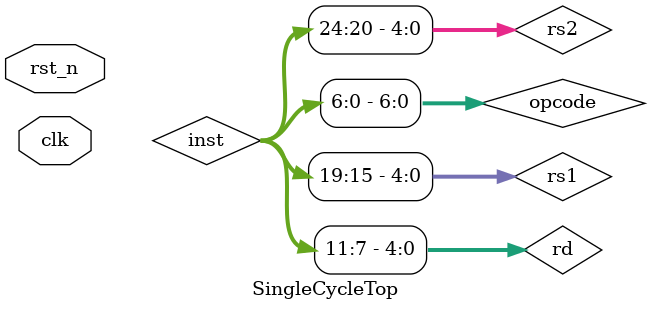
<source format=v>
module SingleCycleTop(
    input         clk,
    input         rst_n
);

    // Wires
    wire [31:0] pc, next_pc, inst;
    wire [6:0] opcode, funct7;
    wire [2:0] funct3;
    wire [4:0] rs1, rs2, rd;
    wire [31:0] imm;
    wire [31:0] rs1_data, rs2_data;
    wire [31:0] alu_in1, alu_in2, alu_result;
    wire [31:0] mem_data, wb_data;
    wire        PCSel, BrUn, ASel, BSel, MemRW, RegWEn;
    wire [2:0]  ImmSel;
    wire [1:0]  WBSel, ALUop;
    wire [3:0]  ALUControl;
    wire        branch_taken;

    // === Program Counter ===
    PC pc_reg (
        .clk(clk),
        .rst_n(rst_n),
        .next_pc(next_pc),
        .pc(pc)
    );

    // === Instruction Memory ===
    I_MEM imem (
        .addr(pc),
        .inst(inst)
    );

    // === Instruction Fields ===
    assign opcode = inst[6:0];
    assign rd     = inst[11:7];
    assign funct3 = inst[14:12];
    assign rs1    = inst[19:15];
    assign rs2    = inst[24:20];
    assign funct7 = inst[31:25];

    // === Control Unit ===
    Control_Unit_Top control_unit (
        .instr(inst),
        .BrUn(BrUn),
        .ASel(ASel),
        .BSel(BSel),
        .MemRW(MemRW),
        .RegWEn(RegWEn),
        .ImmSel(ImmSel),
        .WBSel(WBSel),
        .PCSel(PCSel),
        .ALUControl(ALUControl)
    );

    // === Immediate Generator ===
    Imm_Gen imm_gen (
        .instr(inst),
        .ImmSel(ImmSel),
        .imm_out(imm)
    );

    // === Register File ===
    RegisterFile reg_file (
        .clk(clk),
        .rs1(rs1),
        .rs2(rs2),
        .rd(rd),
        .write_data(wb_data),
        .RegWEn(RegWEn),
        .rs1_data(rs1_data),
        .rs2_data(rs2_data)
    );

    // === MUXes ===
    Mux2 a_mux (
        .in0(rs1_data),
        .in1(pc),
        .sel(ASel),
        .out(alu_in1)
    );

    Mux2 b_mux (
        .in0(rs2_data),
        .in1(imm),
        .sel(BSel),
        .out(alu_in2)
    );

    Mux3 wb_mux (
        .in0(mem_data),
        .in1(alu_result),
        .in2(pc + 4),
        .sel(WBSel),
        .out(wb_data)
    );

    // === ALU ===
    ALU alu (
        .a(alu_in1),
        .b(alu_in2),
        .alu_control(ALUControl),
        .result(alu_result),
        .zero(),
        .Sign()
    );

    // === Data Memory ===
    D_MEM dmem (
        .clk(clk),
        .MemRW(MemRW),
        .addr(alu_result),
        .write_data(rs2_data),
        .read_data(mem_data)
    );

    // === Branch Comparator ===
    Branch_Comp branch_comp (
        .a(rs1_data),
        .b(rs2_data),
        .funct3(funct3),
        .branch_taken(branch_taken)
    );

    // === Next PC Logic ===
    wire [31:0] pc_plus4 = pc + 4;
    wire [31:0] branch_target = pc + imm;

    Mux2 pc_mux (
        .in0(pc_plus4),
        .in1(branch_target),
        .sel(PCSel & branch_taken),
        .out(next_pc)
    );

endmodule

</source>
